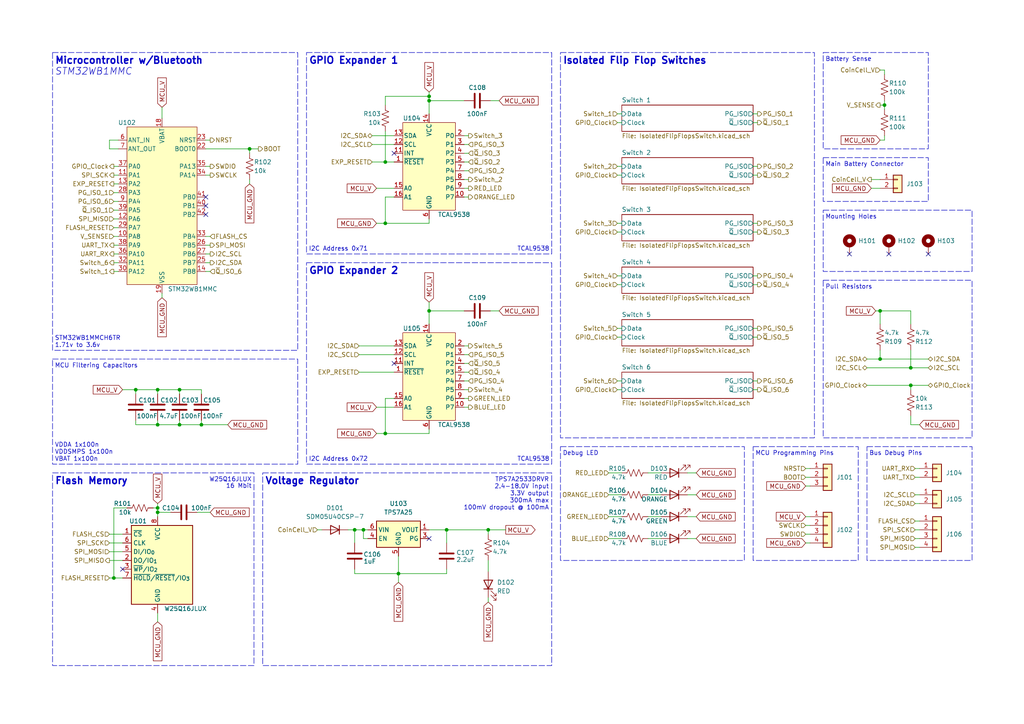
<source format=kicad_sch>
(kicad_sch (version 20250114) (generator "eeschema") (generator_version "9.0")
  (paper "A4")
  (title_block (title "BAGEL Switch MK1") (date "2025-12-02") (rev "A") (company "Illinois Space Society") (comment 3 "Thomas McManamen, Chethan Karandikar") (comment 4 "Contributors: Lucas Lessard, Pranav Bala, Peter Karlos, Charlie Plater, Kevin Zhao, "))
  (rectangle (start 238.76 45.72) (end 269.24 58.42) (stroke (width 0) (type dash)))
  (rectangle (start 15.24 15.24) (end 86.36 101.6) (stroke (width 0) (type dash)))
  (rectangle (start 15.24 137.16) (end 73.66 193.04) (stroke (width 0) (type dash)))
  (rectangle (start 238.76 15.24) (end 269.24 43.18) (stroke (width 0) (type dash)))
  (rectangle (start 238.76 60.96) (end 281.94 78.74) (stroke (width 0) (type dash)))
  (rectangle (start 162.56 15.24) (end 236.22 127) (stroke (width 0) (type dash)))
  (rectangle (start 218.44 129.54) (end 248.92 162.56) (stroke (width 0) (type dash)))
  (rectangle (start 238.76 81.28) (end 281.94 127) (stroke (width 0) (type dash)))
  (rectangle (start 15.24 104.14) (end 86.36 134.62) (stroke (width 0) (type dash)))
  (rectangle (start 88.9 15.24) (end 160.02 73.66) (stroke (width 0) (type dash)))
  (rectangle (start 162.56 129.54) (end 215.9 162.56) (stroke (width 0) (type dash)))
  (rectangle (start 76.2 137.16) (end 160.02 193.04) (stroke (width 0) (type dash)))
  (rectangle (start 88.9 76.2) (end 160.02 134.62) (stroke (width 0) (type dash)))
  (rectangle (start 251.46 129.54) (end 281.94 162.56) (stroke (width 0) (type dash)))
  (text "Main Battery Connector" (at 239.395 46.99 0) (effects (font (size 1.27 1.27)) (justify left top)))
  (text "Microcontroller w/Bluetooth" (at 15.875 16.51 0) (effects (font (size 2 2) (thickness 0.4) (bold yes)) (justify left top)))
  (text "TCAL9538" (at 159.385 73.025 0) (effects (font (size 1.27 1.27)) (justify right bottom)))
  (text "Bus Debug Pins" (at 252.095 130.81 0) (effects (font (size 1.27 1.27)) (justify left top)))
  (text "MCU Filtering Capacitors" (at 15.875 105.41 0) (effects (font (size 1.27 1.27)) (justify left top)))
  (text "W25Q16JLUX" (at 73.025 138.43 0) (effects (font (size 1.27 1.27)) (justify right top)))
  (text "Pull Resistors" (at 239.395 82.55 0) (effects (font (size 1.27 1.27)) (justify left top)))
  (text "GPIO Expander 2" (at 89.535 77.47 0) (effects (font (size 2 2) (thickness 0.4) (bold yes)) (justify left top)))
  (text "Flash Memory" (at 15.875 138.43 0) (effects (font (size 2 2) (thickness 0.4) (bold yes)) (justify left top)))
  (text "I2C Address 0x71\n" (at 89.535 73.025 0) (effects (font (size 1.27 1.27) (thickness 0.1588)) (justify left bottom)))
  (text "Debug LED" (at 163.195 130.81 0) (effects (font (size 1.27 1.27)) (justify left top)))
  (text "Isolated Flip Flop Switches" (at 163.195 16.51 0) (effects (font (size 2 2) (thickness 0.4) (bold yes)) (justify left top)))
  (text "GPIO Expander 1" (at 89.535 16.51 0) (effects (font (size 2 2) (thickness 0.4) (bold yes)) (justify left top)))
  (text "TCAL9538" (at 159.385 133.985 0) (effects (font (size 1.27 1.27)) (justify right bottom)))
  (text "Voltage Regulator" (at 76.835 138.43 0) (effects (font (size 2 2) (thickness 0.4) (bold yes)) (justify left top)))
  (text "I2C Address 0x72\n" (at 89.535 133.985 0) (effects (font (size 1.27 1.27) (thickness 0.1588)) (justify left bottom)))
  (text "TPS7A2533DRVR\n2.4-18.0V input\n3.3V output\n300mA max\n100mV dropout @ 100mA" (at 159.258 138.43 0) (effects (font (size 1.27 1.27)) (justify right top)))
  (text "Mounting Holes" (at 239.395 62.23 0) (effects (font (size 1.27 1.27)) (justify left top)))
  (text "MCU Programming Pins" (at 219.075 130.81 0) (effects (font (size 1.27 1.27)) (justify left top)))
  (text "Battery Sense" (at 239.395 16.51 0) (effects (font (size 1.27 1.27)) (justify left top)))
  (text "STM32WB1MMCH6TR\n1.71v to 3.6v" (at 15.875 100.965 0) (effects (font (size 1.27 1.27)) (justify left bottom)))
  (text "STM32WB1MMC" (at 15.875 19.685 0) (effects (font (size 2 2) (italic yes)) (justify left top)))
  (text "VDDA 1x100n\nVDDSMPS 1x100n\nVBAT 1x100n" (at 15.875 133.985 0) (effects (font (size 1.27 1.27)) (justify left bottom)))
  (text "16 Mbit\n" (at 73.025 140.335 0) (effects (font (size 1.27 1.27)) (justify right top)))
  (junction (at 111.76 64.77))
  (junction (at 105.41 153.67))
  (junction (at 45.72 113.03))
  (junction (at 124.46 29.21))
  (junction (at 102.87 153.67))
  (junction (at 115.57 166.37))
  (junction (at 129.54 153.67))
  (junction (at 58.42 123.19))
  (junction (at 141.605 153.67))
  (junction (at 45.72 148.59))
  (junction (at 45.72 123.19))
  (junction (at 45.72 147.32))
  (junction (at 52.07 113.03))
  (junction (at 256.54 30.48))
  (junction (at 52.07 123.19))
  (junction (at 39.37 113.03))
  (junction (at 72.39 43.18))
  (junction (at 264.16 106.68))
  (junction (at 124.46 90.17))
  (junction (at 255.27 90.17))
  (junction (at 264.16 111.76))
  (junction (at 111.76 125.73))
  (junction (at 111.76 46.99))
  (junction (at 33.02 167.64))
  (junction (at 124.46 27.94))
  (junction (at 255.27 104.14))
  (no_connect (at 114.3 105.41))
  (no_connect (at 59.69 57.15))
  (no_connect (at 246.38 73.66))
  (no_connect (at 114.3 44.45))
  (no_connect (at 257.81 73.66))
  (no_connect (at 35.56 165.1))
  (no_connect (at 269.24 73.66))
  (no_connect (at 59.69 59.69))
  (no_connect (at 124.46 156.21))
  (no_connect (at 59.69 62.23))
  (wire (pts (xy 33.02 71.12) (xy 34.29 71.12)))
  (wire (pts (xy 199.39 143.51) (xy 201.93 143.51)))
  (wire (pts (xy 251.46 104.14) (xy 255.27 104.14)))
  (wire (pts (xy 31.75 160.02) (xy 35.56 160.02)))
  (wire (pts (xy 60.96 76.2) (xy 59.69 76.2)))
  (wire (pts (xy 141.605 153.67) (xy 146.685 153.67)))
  (wire (pts (xy 31.75 162.56) (xy 35.56 162.56)))
  (wire (pts (xy 33.02 55.88) (xy 34.29 55.88)))
  (wire (pts (xy 102.87 153.67) (xy 105.41 153.67)))
  (wire (pts (xy 176.53 137.16) (xy 180.34 137.16)))
  (wire (pts (xy 33.02 53.34) (xy 34.29 53.34)))
  (wire (pts (xy 265.43 138.43) (xy 266.7 138.43)))
  (wire (pts (xy 31.75 157.48) (xy 35.56 157.48)))
  (wire (pts (xy 58.42 113.03) (xy 58.42 114.3)))
  (wire (pts (xy 60.96 71.12) (xy 59.69 71.12)))
  (wire (pts (xy 254 90.17) (xy 255.27 90.17)))
  (wire (pts (xy 233.68 154.94) (xy 234.95 154.94)))
  (wire (pts (xy 219.71 33.02) (xy 218.44 33.02)))
  (wire (pts (xy 124.46 26.67) (xy 124.46 27.94)))
  (wire (pts (xy 179.07 113.03) (xy 180.34 113.03)))
  (wire (pts (xy 179.07 67.31) (xy 180.34 67.31)))
  (wire (pts (xy 31.75 40.64) (xy 31.75 43.18)))
  (wire (pts (xy 124.46 90.17) (xy 134.62 90.17)))
  (wire (pts (xy 233.68 149.86) (xy 234.95 149.86)))
  (wire (pts (xy 33.02 63.5) (xy 34.29 63.5)))
  (wire (pts (xy 44.45 147.32) (xy 45.72 147.32)))
  (wire (pts (xy 135.89 105.41) (xy 134.62 105.41)))
  (wire (pts (xy 255.27 93.98) (xy 255.27 90.17)))
  (wire (pts (xy 33.02 50.8) (xy 34.29 50.8)))
  (wire (pts (xy 179.07 80.01) (xy 180.34 80.01)))
  (wire (pts (xy 135.89 100.33) (xy 134.62 100.33)))
  (wire (pts (xy 219.71 35.56) (xy 218.44 35.56)))
  (wire (pts (xy 256.54 29.21) (xy 256.54 30.48)))
  (wire (pts (xy 39.37 113.03) (xy 45.72 113.03)))
  (wire (pts (xy 135.89 107.95) (xy 134.62 107.95)))
  (wire (pts (xy 60.96 73.66) (xy 59.69 73.66)))
  (wire (pts (xy 45.72 113.03) (xy 52.07 113.03)))
  (wire (pts (xy 219.71 113.03) (xy 218.44 113.03)))
  (wire (pts (xy 265.43 146.05) (xy 266.7 146.05)))
  (wire (pts (xy 111.76 57.15) (xy 114.3 57.15)))
  (wire (pts (xy 251.46 106.68) (xy 264.16 106.68)))
  (wire (pts (xy 251.46 111.76) (xy 264.16 111.76)))
  (wire (pts (xy 233.68 152.4) (xy 234.95 152.4)))
  (wire (pts (xy 176.53 143.51) (xy 180.34 143.51)))
  (wire (pts (xy 219.71 82.55) (xy 218.44 82.55)))
  (wire (pts (xy 106.68 156.21) (xy 105.41 156.21)))
  (wire (pts (xy 266.7 123.19) (xy 264.16 123.19)))
  (wire (pts (xy 33.02 66.04) (xy 34.29 66.04)))
  (wire (pts (xy 115.57 161.29) (xy 115.57 166.37)))
  (wire (pts (xy 46.99 31.115) (xy 46.99 34.29)))
  (wire (pts (xy 256.54 20.32) (xy 256.54 21.59)))
  (wire (pts (xy 264.16 123.19) (xy 264.16 120.65)))
  (wire (pts (xy 199.39 156.21) (xy 201.93 156.21)))
  (wire (pts (xy 265.43 158.75) (xy 266.7 158.75)))
  (wire (pts (xy 124.46 90.17) (xy 124.46 93.98)))
  (wire (pts (xy 179.07 48.26) (xy 180.34 48.26)))
  (wire (pts (xy 256.54 40.64) (xy 256.54 39.37)))
  (wire (pts (xy 134.62 57.15) (xy 135.89 57.15)))
  (wire (pts (xy 264.16 111.76) (xy 264.16 113.03)))
  (wire (pts (xy 72.39 43.18) (xy 72.39 44.45)))
  (wire (pts (xy 59.69 43.18) (xy 72.39 43.18)))
  (wire (pts (xy 252.73 54.61) (xy 255.27 54.61)))
  (wire (pts (xy 111.76 38.1) (xy 111.76 46.99)))
  (wire (pts (xy 111.76 115.57) (xy 111.76 125.73)))
  (wire (pts (xy 31.75 43.18) (xy 34.29 43.18)))
  (wire (pts (xy 252.73 52.07) (xy 255.27 52.07)))
  (wire (pts (xy 33.02 60.96) (xy 34.29 60.96)))
  (wire (pts (xy 233.68 157.48) (xy 234.95 157.48)))
  (wire (pts (xy 107.95 39.37) (xy 114.3 39.37)))
  (wire (pts (xy 134.62 118.11) (xy 135.89 118.11)))
  (wire (pts (xy 45.72 123.19) (xy 45.72 121.92)))
  (wire (pts (xy 34.29 40.64) (xy 31.75 40.64)))
  (wire (pts (xy 109.22 54.61) (xy 114.3 54.61)))
  (wire (pts (xy 33.02 167.64) (xy 35.56 167.64)))
  (wire (pts (xy 255.27 101.6) (xy 255.27 104.14)))
  (wire (pts (xy 256.54 30.48) (xy 256.54 31.75)))
  (wire (pts (xy 39.37 123.19) (xy 45.72 123.19)))
  (wire (pts (xy 105.41 156.21) (xy 105.41 153.67)))
  (wire (pts (xy 111.76 125.73) (xy 124.46 125.73)))
  (wire (pts (xy 111.76 27.94) (xy 124.46 27.94)))
  (wire (pts (xy 135.89 44.45) (xy 134.62 44.45)))
  (wire (pts (xy 142.24 90.17) (xy 144.78 90.17)))
  (wire (pts (xy 219.71 110.49) (xy 218.44 110.49)))
  (wire (pts (xy 111.76 46.99) (xy 114.3 46.99)))
  (wire (pts (xy 187.96 143.51) (xy 191.77 143.51)))
  (wire (pts (xy 219.71 67.31) (xy 218.44 67.31)))
  (wire (pts (xy 35.56 113.03) (xy 39.37 113.03)))
  (wire (pts (xy 129.54 153.67) (xy 129.54 157.48)))
  (wire (pts (xy 45.72 147.32) (xy 45.72 148.59)))
  (wire (pts (xy 134.62 113.03) (xy 135.89 113.03)))
  (wire (pts (xy 31.75 167.64) (xy 33.02 167.64)))
  (wire (pts (xy 111.76 57.15) (xy 111.76 64.77)))
  (wire (pts (xy 265.43 156.21) (xy 266.7 156.21)))
  (wire (pts (xy 111.76 64.77) (xy 124.46 64.77)))
  (wire (pts (xy 134.62 115.57) (xy 135.89 115.57)))
  (wire (pts (xy 45.72 148.59) (xy 49.53 148.59)))
  (wire (pts (xy 109.22 118.11) (xy 114.3 118.11)))
  (wire (pts (xy 111.76 30.48) (xy 111.76 27.94)))
  (wire (pts (xy 129.54 153.67) (xy 141.605 153.67)))
  (wire (pts (xy 135.89 41.91) (xy 134.62 41.91)))
  (wire (pts (xy 264.16 90.17) (xy 264.16 93.98)))
  (wire (pts (xy 72.39 52.07) (xy 72.39 53.34)))
  (wire (pts (xy 60.96 40.64) (xy 59.69 40.64)))
  (wire (pts (xy 60.96 68.58) (xy 59.69 68.58)))
  (wire (pts (xy 92.075 153.67) (xy 93.345 153.67)))
  (wire (pts (xy 33.02 48.26) (xy 34.29 48.26)))
  (wire (pts (xy 179.07 64.77) (xy 180.34 64.77)))
  (wire (pts (xy 45.72 177.8) (xy 45.72 180.34)))
  (wire (pts (xy 233.68 138.43) (xy 234.95 138.43)))
  (wire (pts (xy 109.22 64.77) (xy 111.76 64.77)))
  (wire (pts (xy 135.89 54.61) (xy 134.62 54.61)))
  (wire (pts (xy 219.71 64.77) (xy 218.44 64.77)))
  (wire (pts (xy 60.96 50.8) (xy 59.69 50.8)))
  (wire (pts (xy 233.68 135.89) (xy 234.95 135.89)))
  (wire (pts (xy 109.22 125.73) (xy 111.76 125.73)))
  (wire (pts (xy 141.605 153.67) (xy 141.605 154.94)))
  (wire (pts (xy 124.46 125.73) (xy 124.46 124.46)))
  (wire (pts (xy 31.75 154.94) (xy 35.56 154.94)))
  (wire (pts (xy 33.02 147.32) (xy 33.02 167.64)))
  (wire (pts (xy 52.07 123.19) (xy 52.07 121.92)))
  (wire (pts (xy 141.605 173.355) (xy 141.605 174.625)))
  (wire (pts (xy 219.71 97.79) (xy 218.44 97.79)))
  (wire (pts (xy 255.27 30.48) (xy 256.54 30.48)))
  (wire (pts (xy 102.87 166.37) (xy 115.57 166.37)))
  (wire (pts (xy 74.93 43.18) (xy 72.39 43.18)))
  (wire (pts (xy 46.99 86.36) (xy 46.99 85.09)))
  (wire (pts (xy 107.95 46.99) (xy 111.76 46.99)))
  (wire (pts (xy 33.02 68.58) (xy 34.29 68.58)))
  (wire (pts (xy 60.96 48.26) (xy 59.69 48.26)))
  (wire (pts (xy 187.96 137.16) (xy 191.77 137.16)))
  (wire (pts (xy 264.16 111.76) (xy 269.24 111.76)))
  (wire (pts (xy 219.71 48.26) (xy 218.44 48.26)))
  (wire (pts (xy 265.43 151.13) (xy 266.7 151.13)))
  (wire (pts (xy 114.3 115.57) (xy 111.76 115.57)))
  (wire (pts (xy 115.57 166.37) (xy 115.57 168.91)))
  (wire (pts (xy 264.16 101.6) (xy 264.16 106.68)))
  (wire (pts (xy 179.07 95.25) (xy 180.34 95.25)))
  (wire (pts (xy 104.14 102.87) (xy 114.3 102.87)))
  (wire (pts (xy 199.39 137.16) (xy 201.93 137.16)))
  (wire (pts (xy 33.02 73.66) (xy 34.29 73.66)))
  (wire (pts (xy 57.15 148.59) (xy 60.96 148.59)))
  (wire (pts (xy 58.42 123.19) (xy 66.04 123.19)))
  (wire (pts (xy 33.02 58.42) (xy 34.29 58.42)))
  (wire (pts (xy 134.62 52.07) (xy 135.89 52.07)))
  (wire (pts (xy 176.53 156.21) (xy 180.34 156.21)))
  (wire (pts (xy 129.54 165.1) (xy 129.54 166.37)))
  (wire (pts (xy 199.39 149.86) (xy 201.93 149.86)))
  (wire (pts (xy 107.95 41.91) (xy 114.3 41.91)))
  (wire (pts (xy 45.72 123.19) (xy 52.07 123.19)))
  (wire (pts (xy 52.07 123.19) (xy 58.42 123.19)))
  (wire (pts (xy 52.07 113.03) (xy 52.07 114.3)))
  (wire (pts (xy 134.62 49.53) (xy 135.89 49.53)))
  (wire (pts (xy 124.46 64.77) (xy 124.46 63.5)))
  (wire (pts (xy 104.14 107.95) (xy 114.3 107.95)))
  (wire (pts (xy 142.24 29.21) (xy 144.78 29.21)))
  (wire (pts (xy 105.41 153.67) (xy 106.68 153.67)))
  (wire (pts (xy 135.89 39.37) (xy 134.62 39.37)))
  (wire (pts (xy 255.27 20.32) (xy 256.54 20.32)))
  (wire (pts (xy 39.37 113.03) (xy 39.37 114.3)))
  (wire (pts (xy 39.37 123.19) (xy 39.37 121.92)))
  (wire (pts (xy 100.965 153.67) (xy 102.87 153.67)))
  (wire (pts (xy 264.16 106.68) (xy 269.24 106.68)))
  (wire (pts (xy 135.89 102.87) (xy 134.62 102.87)))
  (wire (pts (xy 102.87 165.1) (xy 102.87 166.37)))
  (wire (pts (xy 45.72 113.03) (xy 45.72 114.3)))
  (wire (pts (xy 104.14 100.33) (xy 114.3 100.33)))
  (wire (pts (xy 255.27 90.17) (xy 264.16 90.17)))
  (wire (pts (xy 52.07 113.03) (xy 58.42 113.03)))
  (wire (pts (xy 179.07 110.49) (xy 180.34 110.49)))
  (wire (pts (xy 255.27 104.14) (xy 269.24 104.14)))
  (wire (pts (xy 124.46 29.21) (xy 134.62 29.21)))
  (wire (pts (xy 219.71 95.25) (xy 218.44 95.25)))
  (wire (pts (xy 179.07 97.79) (xy 180.34 97.79)))
  (wire (pts (xy 124.46 153.67) (xy 129.54 153.67)))
  (wire (pts (xy 141.605 162.56) (xy 141.605 165.735)))
  (wire (pts (xy 115.57 166.37) (xy 129.54 166.37)))
  (wire (pts (xy 33.02 76.2) (xy 34.29 76.2)))
  (wire (pts (xy 265.43 153.67) (xy 266.7 153.67)))
  (wire (pts (xy 179.07 82.55) (xy 180.34 82.55)))
  (wire (pts (xy 45.72 146.05) (xy 45.72 147.32)))
  (wire (pts (xy 33.02 78.74) (xy 34.29 78.74)))
  (wire (pts (xy 255.27 40.64) (xy 256.54 40.64)))
  (wire (pts (xy 45.72 148.59) (xy 45.72 149.86)))
  (wire (pts (xy 124.46 87.63) (xy 124.46 90.17)))
  (wire (pts (xy 179.07 33.02) (xy 180.34 33.02)))
  (wire (pts (xy 187.96 156.21) (xy 191.77 156.21)))
  (wire (pts (xy 124.46 27.94) (xy 124.46 29.21)))
  (wire (pts (xy 179.07 50.8) (xy 180.34 50.8)))
  (wire (pts (xy 265.43 143.51) (xy 266.7 143.51)))
  (wire (pts (xy 219.71 80.01) (xy 218.44 80.01)))
  (wire (pts (xy 134.62 110.49) (xy 135.89 110.49)))
  (wire (pts (xy 36.83 147.32) (xy 33.02 147.32)))
  (wire (pts (xy 59.69 78.74) (xy 60.96 78.74)))
  (wire (pts (xy 58.42 123.19) (xy 58.42 121.92)))
  (wire (pts (xy 135.89 46.99) (xy 134.62 46.99)))
  (wire (pts (xy 124.46 29.21) (xy 124.46 33.02)))
  (wire (pts (xy 176.53 149.86) (xy 180.34 149.86)))
  (wire (pts (xy 265.43 135.89) (xy 266.7 135.89)))
  (wire (pts (xy 179.07 35.56) (xy 180.34 35.56)))
  (wire (pts (xy 233.68 140.97) (xy 234.95 140.97)))
  (wire (pts (xy 219.71 50.8) (xy 218.44 50.8)))
  (wire (pts (xy 102.87 157.48) (xy 102.87 153.67)))
  (wire (pts (xy 187.96 149.86) (xy 191.77 149.86)))
  (global_label "MCU_GND" (shape input) (at 233.68 140.97 180) (property "Intersheetrefs" "${INTERSHEET_REFS}" (effects (hide yes))))
  (global_label "MCU_V" (shape input) (at 46.99 31.115 90) (property "Intersheetrefs" "${INTERSHEET_REFS}" (effects (hide yes))))
  (global_label "MCU_GND" (shape input) (at 255.27 40.64 180) (property "Intersheetrefs" "${INTERSHEET_REFS}" (effects (hide yes))))
  (global_label "MCU_GND" (shape input) (at 201.93 149.86 0) (property "Intersheetrefs" "${INTERSHEET_REFS}" (effects (hide yes))))
  (global_label "MCU_V" (shape input) (at 109.22 54.61 180) (property "Intersheetrefs" "${INTERSHEET_REFS}" (effects (hide yes))))
  (global_label "MCU_GND" (shape input) (at 60.96 148.59 0) (property "Intersheetrefs" "${INTERSHEET_REFS}" (effects (hide yes))))
  (global_label "MCU_GND" (shape input) (at 266.7 123.19 0) (property "Intersheetrefs" "${INTERSHEET_REFS}" (effects (hide yes))))
  (global_label "MCU_GND" (shape input) (at 201.93 137.16 0) (property "Intersheetrefs" "${INTERSHEET_REFS}" (effects (hide yes))))
  (global_label "MCU_V" (shape input) (at 45.72 146.05 90) (property "Intersheetrefs" "${INTERSHEET_REFS}" (effects (hide yes))))
  (global_label "MCU_GND" (shape input) (at 141.605 174.625 270) (property "Intersheetrefs" "${INTERSHEET_REFS}" (effects (hide yes))))
  (global_label "MCU_GND" (shape input) (at 109.22 64.77 180) (property "Intersheetrefs" "${INTERSHEET_REFS}" (effects (hide yes))))
  (global_label "MCU_GND" (shape input) (at 45.72 180.34 270) (property "Intersheetrefs" "${INTERSHEET_REFS}" (effects (hide yes))))
  (global_label "MCU_GND" (shape input) (at 109.22 125.73 180) (property "Intersheetrefs" "${INTERSHEET_REFS}" (effects (hide yes))))
  (global_label "MCU_V" (shape input) (at 254 90.17 180) (property "Intersheetrefs" "${INTERSHEET_REFS}" (effects (hide yes))))
  (global_label "MCU_GND" (shape input) (at 201.93 143.51 0) (property "Intersheetrefs" "${INTERSHEET_REFS}" (effects (hide yes))))
  (global_label "MCU_GND" (shape input) (at 66.04 123.19 0) (property "Intersheetrefs" "${INTERSHEET_REFS}" (effects (hide yes))))
  (global_label "MCU_V" (shape input) (at 124.46 26.67 90) (property "Intersheetrefs" "${INTERSHEET_REFS}" (effects (hide yes))))
  (global_label "MCU_GND" (shape input) (at 144.78 29.21 0) (property "Intersheetrefs" "${INTERSHEET_REFS}" (effects (hide yes))))
  (global_label "MCU_GND" (shape input) (at 201.93 156.21 0) (property "Intersheetrefs" "${INTERSHEET_REFS}" (effects (hide yes))))
  (global_label "MCU_GND" (shape input) (at 46.99 86.36 270) (property "Intersheetrefs" "${INTERSHEET_REFS}" (effects (hide yes))))
  (global_label "MCU_GND" (shape input) (at 252.73 54.61 180) (property "Intersheetrefs" "${INTERSHEET_REFS}" (effects (hide yes))))
  (global_label "MCU_GND" (shape input) (at 233.68 157.48 180) (property "Intersheetrefs" "${INTERSHEET_REFS}" (effects (hide yes))))
  (global_label "MCU_GND" (shape input) (at 72.39 53.34 270) (property "Intersheetrefs" "${INTERSHEET_REFS}" (effects (hide yes))))
  (global_label "MCU_V" (shape output) (at 146.685 153.67 0) (property "Intersheetrefs" "${INTERSHEET_REFS}" (effects (hide yes))))
  (global_label "MCU_GND" (shape input) (at 144.78 90.17 0) (property "Intersheetrefs" "${INTERSHEET_REFS}" (effects (hide yes))))
  (global_label "MCU_GND" (shape input) (at 115.57 168.91 270) (property "Intersheetrefs" "${INTERSHEET_REFS}" (effects (hide yes))))
  (global_label "MCU_V" (shape input) (at 109.22 118.11 180) (property "Intersheetrefs" "${INTERSHEET_REFS}" (effects (hide yes))))
  (global_label "MCU_V" (shape input) (at 124.46 87.63 90) (property "Intersheetrefs" "${INTERSHEET_REFS}" (effects (hide yes))))
  (global_label "MCU_V" (shape input) (at 35.56 113.03 180) (property "Intersheetrefs" "${INTERSHEET_REFS}" (effects (hide yes))))
  (global_label "MCU_V" (shape input) (at 233.68 149.86 180) (property "Intersheetrefs" "${INTERSHEET_REFS}" (effects (hide yes))))
  (hierarchical_label "PG_ISO_4" (shape input) (at 135.89 110.49 0))
  (hierarchical_label "RED_LED" (shape output) (at 135.89 54.61 0))
  (hierarchical_label "PG_ISO_1" (shape output) (at 219.71 33.02 0))
  (hierarchical_label "I2C_SCL" (shape input) (at 107.95 41.91 180))
  (hierarchical_label "RED_LED" (shape input) (at 176.53 137.16 180))
  (hierarchical_label "GREEN_LED" (shape output) (at 135.89 115.57 0))
  (hierarchical_label "Switch_1" (shape input) (at 179.07 33.02 180))
  (hierarchical_label "GPIO_Clock" (shape bidirectional) (at 251.46 111.76 180))
  (hierarchical_label "SPI_MISO" (shape input) (at 265.43 156.21 180))
  (hierarchical_label "I2C_SCL" (shape output) (at 60.96 73.66 0))
  (hierarchical_label "GREEN_LED" (shape input) (at 176.53 149.86 180))
  (hierarchical_label "I2C_SDA" (shape output) (at 60.96 76.2 0))
  (hierarchical_label "Switch_1" (shape output) (at 33.02 78.74 180))
  (hierarchical_label "Switch_6" (shape output) (at 33.02 76.2 180))
  (hierarchical_label "GPIO_Clock" (shape output) (at 33.02 48.26 180))
  (hierarchical_label "GPIO_Clock" (shape input) (at 179.07 97.79 180))
  (hierarchical_label "FLASH_RESET" (shape input) (at 31.75 167.64 180))
  (hierarchical_label "Switch_4" (shape input) (at 179.07 80.01 180))
  (hierarchical_label "~{Q}_ISO_3" (shape input) (at 135.89 44.45 0))
  (hierarchical_label "I2C_SDA" (shape bidirectional) (at 251.46 104.14 180))
  (hierarchical_label "I2C_SDA" (shape input) (at 265.43 146.05 180))
  (hierarchical_label "GPIO_Clock" (shape bidirectional) (at 269.24 111.76 0))
  (hierarchical_label "PG_ISO_5" (shape input) (at 135.89 102.87 0))
  (hierarchical_label "SPI_MISO" (shape output) (at 31.75 162.56 180))
  (hierarchical_label "Switch_3" (shape input) (at 179.07 64.77 180))
  (hierarchical_label "GPIO_Clock" (shape input) (at 179.07 113.03 180))
  (hierarchical_label "SWCLK" (shape output) (at 60.96 50.8 0))
  (hierarchical_label "SWDIO" (shape output) (at 60.96 48.26 0))
  (hierarchical_label "FLASH_RESET" (shape input) (at 33.02 66.04 180))
  (hierarchical_label "BLUE_LED" (shape output) (at 135.89 118.11 0))
  (hierarchical_label "~{Q}_ISO_1" (shape input) (at 33.02 60.96 180))
  (hierarchical_label "EXP_RESET" (shape input) (at 107.95 46.99 180))
  (hierarchical_label "~{Q}_ISO_1" (shape output) (at 219.71 35.56 0))
  (hierarchical_label "Switch_2" (shape input) (at 179.07 48.26 180))
  (hierarchical_label "SWDIO" (shape input) (at 233.68 154.94 180))
  (hierarchical_label "FLASH_CS" (shape input) (at 265.43 151.13 180))
  (hierarchical_label "I2C_SCL" (shape input) (at 265.43 143.51 180))
  (hierarchical_label "CoinCell_V" (shape output) (at 252.73 52.07 180))
  (hierarchical_label "I2C_SDA" (shape bidirectional) (at 107.95 39.37 180))
  (hierarchical_label "UART_TX" (shape output) (at 33.02 71.12 180))
  (hierarchical_label "SPI_SCK" (shape output) (at 33.02 50.8 180))
  (hierarchical_label "CoinCell_V" (shape input) (at 255.27 20.32 180))
  (hierarchical_label "BLUE_LED" (shape input) (at 176.53 156.21 180))
  (hierarchical_label "PG_ISO_5" (shape output) (at 219.71 95.25 0))
  (hierarchical_label "~{Q}_ISO_4" (shape output) (at 219.71 82.55 0))
  (hierarchical_label "SPI_MOSI" (shape input) (at 31.75 160.02 180))
  (hierarchical_label "I2C_SDA" (shape input) (at 104.14 100.33 180))
  (hierarchical_label "PG_ISO_6" (shape input) (at 33.02 58.42 180))
  (hierarchical_label "GPIO_Clock" (shape input) (at 179.07 82.55 180))
  (hierarchical_label "Switch_4" (shape output) (at 135.89 113.03 0))
  (hierarchical_label "~{Q}_ISO_6" (shape output) (at 219.71 113.03 0))
  (hierarchical_label "PG_ISO_4" (shape output) (at 219.71 80.01 0))
  (hierarchical_label "~{Q}_ISO_5" (shape output) (at 219.71 97.79 0))
  (hierarchical_label "CoinCell_V" (shape input) (at 92.075 153.67 180))
  (hierarchical_label "NRST" (shape input) (at 233.68 135.89 180))
  (hierarchical_label "FLASH_CS" (shape input) (at 60.96 68.58 0))
  (hierarchical_label "PG_ISO_1" (shape input) (at 33.02 55.88 180))
  (hierarchical_label "GPIO_Clock" (shape input) (at 179.07 50.8 180))
  (hierarchical_label "BOOT" (shape input) (at 233.68 138.43 180))
  (hierarchical_label "EXP_RESET" (shape output) (at 33.02 53.34 180))
  (hierarchical_label "UART_TX" (shape input) (at 265.43 138.43 180))
  (hierarchical_label "UART_RX" (shape output) (at 33.02 73.66 180))
  (hierarchical_label "Switch_5" (shape input) (at 179.07 95.25 180))
  (hierarchical_label "BOOT" (shape output) (at 74.93 43.18 0))
  (hierarchical_label "GPIO_Clock" (shape input) (at 179.07 35.56 180))
  (hierarchical_label "~{Q}_ISO_3" (shape output) (at 219.71 67.31 0))
  (hierarchical_label "I2C_SCL" (shape bidirectional) (at 269.24 106.68 0))
  (hierarchical_label "I2C_SCL" (shape input) (at 104.14 102.87 180))
  (hierarchical_label "SPI_SCK" (shape input) (at 31.75 157.48 180))
  (hierarchical_label "~{Q}_ISO_5" (shape input) (at 135.89 105.41 0))
  (hierarchical_label "GPIO_Clock" (shape input) (at 179.07 67.31 180))
  (hierarchical_label "ORANGE_LED" (shape output) (at 135.89 57.15 0))
  (hierarchical_label "~{Q}_ISO_2" (shape input) (at 135.89 46.99 0))
  (hierarchical_label "I2C_SCL" (shape bidirectional) (at 251.46 106.68 180))
  (hierarchical_label "V_SENSE" (shape output) (at 255.27 30.48 180))
  (hierarchical_label "PG_ISO_3" (shape output) (at 219.71 64.77 0))
  (hierarchical_label "~{Q}_ISO_2" (shape output) (at 219.71 50.8 0))
  (hierarchical_label "FLASH_CS" (shape input) (at 31.75 154.94 180))
  (hierarchical_label "SWCLK" (shape input) (at 233.68 152.4 180))
  (hierarchical_label "PG_ISO_3" (shape input) (at 135.89 41.91 0))
  (hierarchical_label "SPI_MOSI" (shape input) (at 265.43 158.75 180))
  (hierarchical_label "EXP_RESET" (shape input) (at 104.14 107.95 180))
  (hierarchical_label "V_SENSE" (shape input) (at 33.02 68.58 180))
  (hierarchical_label "I2C_SDA" (shape bidirectional) (at 269.24 104.14 0))
  (hierarchical_label "PG_ISO_2" (shape input) (at 135.89 49.53 0))
  (hierarchical_label "Switch_3" (shape output) (at 135.89 39.37 0))
  (hierarchical_label "UART_RX" (shape input) (at 265.43 135.89 180))
  (hierarchical_label "Switch_2" (shape output) (at 135.89 52.07 0))
  (hierarchical_label "SPI_SCK" (shape input) (at 265.43 153.67 180))
  (hierarchical_label "PG_ISO_6" (shape output) (at 219.71 110.49 0))
  (hierarchical_label "Switch_6" (shape input) (at 179.07 110.49 180))
  (hierarchical_label "SPI_MOSI" (shape output) (at 60.96 71.12 0))
  (hierarchical_label "NRST" (shape output) (at 60.96 40.64 0))
  (hierarchical_label "PG_ISO_2" (shape output) (at 219.71 48.26 0))
  (hierarchical_label "ORANGE_LED" (shape input) (at 176.53 143.51 180))
  (hierarchical_label "~{Q}_ISO_6" (shape input) (at 60.96 78.74 0))
  (hierarchical_label "Switch_5" (shape output) (at 135.89 100.33 0))
  (hierarchical_label "~{Q}_ISO_4" (shape input) (at 135.89 107.95 0))
  (hierarchical_label "SPI_MISO" (shape input) (at 33.02 63.5 180))
  (symbol (lib_id "Device:R_US") (at 256.54 25.4 180) (unit 1)
    (property "Reference" "R110" (at 257.81 24.13 0) (effects (justify right)))
    (property "Value" "100k" (at 257.81 26.67 0) (effects (justify right)))
    (property "Footprint" "Resistor_SMD:R_0402_1005Metric" (effects (hide yes)))
    (property "Description" "Resistor, US symbol" (effects (hide yes)))
  )
  (symbol (lib_id "Device:R_US") (at 256.54 35.56 180) (unit 1)
    (property "Reference" "R111" (at 257.81 34.29 0) (effects (justify right)))
    (property "Value" "100k" (at 257.81 36.83 0) (effects (justify right)))
    (property "Footprint" "Resistor_SMD:R_0402_1005Metric" (effects (hide yes)))
    (property "Description" "Resistor, US symbol" (effects (hide yes)))
  )
  (symbol (lib_id "Device:C") (at 45.72 118.11 0) (unit 1)
    (property "Reference" "C102" (at 46.482 116.078 0) (effects (justify left)))
    (property "Value" "4.7uF" (at 46.228 120.65 0) (effects (justify left)))
    (property "Footprint" "Capacitor_SMD:C_0402_1005Metric" (effects (hide yes)))
    (property "Description" "Unpolarized capacitor" (effects (hide yes)))
  )
  (symbol (lib_id "Device:C") (at 102.87 161.29 0) (unit 1)
    (property "Reference" "C106" (at 105.41 160.782 0) (effects (justify left)))
    (property "Value" "1uF" (at 105.41 162.814 0) (effects (justify left)))
    (property "Footprint" "Capacitor_SMD:C_0402_1005Metric" (effects (hide yes)))
    (property "Description" "Unpolarized capacitor" (effects (hide yes)))
  )
  (symbol (lib_id "Device:C") (at 138.43 29.21 90) (unit 1)
    (property "Reference" "C108" (at 138.43 25.4 90))
    (property "Value" "100nF" (at 138.43 33.02 90))
    (property "Footprint" "Capacitor_SMD:C_0402_1005Metric" (effects (hide yes)))
    (property "Description" "Unpolarized capacitor" (effects (hide yes)))
  )
  (symbol (lib_id "Interface_Expander_Texas:TCAL9538") (at 124.46 109.22 0) (unit 1)
    (property "Reference" "U105" (at 116.84 95.25 0) (effects (justify left)))
    (property "Value" "TCAL9538" (at 127 123.19 0) (effects (justify left)))
    (property "Footprint" "Package_DFN_QFN:UQFN-16_1.8x2.6mm_P0.4mm" (effects (hide yes)))
    (property "Datasheet" "https://www.ti.com/lit/ds/symlink/tcal9538.pdf" (effects (hide yes)))
    (property "Description" "8-Bit I2C-Bus, SMBus I/O Expander With Interrupt Output, Reset, and Agile I/O Configuration Registers" (effects (hide yes)))
  )
  (symbol (lib_id "Mechanical:MountingHole_Pad") (at 269.24 71.12 0) (unit 1) (in_bom no)
    (property "Reference" "H103" (at 271.78 69.85 0) (effects (justify left)))
    (property "Value" "MountingHole_Pad" (effects (hide yes)))
    (property "Footprint" "MountingHole:MountingHole_4.3mm_M4_Pad_Via" (effects (hide yes)))
    (property "Description" "Mounting Hole with connection" (effects (hide yes)))
  )
  (symbol (lib_id "Device:LED") (at 195.58 143.51 180) (unit 1)
    (property "Reference" "D104" (at 193.675 142.24 0) (effects (justify left)))
    (property "Value" "ORANGE" (at 193.675 144.78 0) (effects (justify left)))
    (property "Footprint" "LED_SMD:LED_0603_1608Metric" (effects (hide yes)))
    (property "Description" "Light emitting diode" (effects (hide yes)))
    (property "Sim.Pins" "1=K 2=A" (effects (hide yes)))
  )
  (symbol (lib_id "Regulator_Texas:TPS7A25") (at 114.3 153.67 0) (unit 1)
    (property "Reference" "U103" (at 115.57 146.05 0))
    (property "Value" "TPS7A25" (at 115.57 148.59 0))
    (property "Footprint" "Package_SON:WSON-6-1EP_2x2mm_P0.65mm_EP1x1.6mm" (effects (hide yes)))
    (property "Datasheet" "https://www.ti.com/lit/ds/symlink/tps7a25.pdf?HQS=dis-dk-null-digikeymode-dsf-pf-null-wwe&ts=1768168918974" (effects (hide yes)))
    (property "Description" "300-mA, 18-V, Ultra-Low IQ, Low-Dropout Linear Voltage Regulator With Power-Good" (effects (hide yes)))
    (property "Height" "0.6" (effects (hide yes)))
    (property "Mouser Part Number" "865-XC6223T331GR-G" (effects (hide yes)))
    (property "Mouser Price/Stock" "https://www.mouser.co.uk/ProductDetail/Torex-Semiconductor/XC6223T331GR-G?qs=AsjdqWjXhJ9pIYh2kurybQ%3D%3D" (effects (hide yes)))
    (property "Manufacturer_Name" "Torex" (effects (hide yes)))
    (property "Manufacturer_Part_Number" "XC6223T331GR-G" (effects (hide yes)))
  )
  (symbol (lib_id "Memory_Flash:W25Q16JVSS") (at 45.72 162.56 0) (unit 1)
    (property "Reference" "U101" (at 37.465 151.13 0) (effects (justify left)))
    (property "Value" "W25Q16JLUX" (at 47.625 176.53 0) (effects (justify left)))
    (property "Footprint" "Package_SON:Winbond_USON-8-1EP_3x2mm_P0.5mm_EP0.2x1.6mm" (effects (hide yes)))
    (property "Datasheet" "https://www.winbond.com/resource-files/w25q16jl%20revd%2001262018.pdf" (effects (hide yes)))
    (property "Description" "16Mbit / 2MiB Serial Flash Memory, Standard/Dual/Quad SPI, 2.7-3.6V, SOIC-8 (208 mil)" (effects (hide yes)))
  )
  (symbol (lib_id "Device:R_US") (at 184.15 143.51 90) (unit 1)
    (property "Reference" "R106" (at 181.61 142.24 90) (effects (justify left)))
    (property "Value" "4.7k" (at 181.61 144.78 90) (effects (justify left)))
    (property "Footprint" "Resistor_SMD:R_0402_1005Metric" (effects (hide yes)))
    (property "Description" "Resistor, US symbol" (effects (hide yes)))
  )
  (symbol (lib_id "Device:R_US") (at 111.76 34.29 180) (unit 1)
    (property "Reference" "R103" (at 110.49 33.02 0) (effects (justify left)))
    (property "Value" "10k" (at 110.49 35.56 0) (effects (justify left)))
    (property "Footprint" "Resistor_SMD:R_0402_1005Metric" (effects (hide yes)))
  )
  (symbol (lib_id "Device:LED") (at 195.58 149.86 180) (unit 1)
    (property "Reference" "D105" (at 193.675 148.59 0) (effects (justify left)))
    (property "Value" "GREEN" (at 193.675 151.13 0) (effects (justify left)))
    (property "Footprint" "LED_SMD:LED_0603_1608Metric" (effects (hide yes)))
    (property "Description" "Light emitting diode" (effects (hide yes)))
    (property "Sim.Pins" "1=K 2=A" (effects (hide yes)))
  )
  (symbol (lib_id "Connector_Generic:Conn_01x02") (at 271.78 135.89 0) (unit 1)
    (property "Reference" "J104" (at 274.32 137.16 0) (effects (justify left)))
    (property "Value" "Conn_01x02" (effects (hide yes)))
    (property "Footprint" "Connector_PinHeader_2.54mm:PinHeader_1x02_P2.54mm_Vertical" (effects (hide yes)))
    (property "Description" "Generic connector, single row, 01x02, script generated (kicad-library-utils/schlib/autogen/connector/)" (effects (hide yes)))
  )
  (symbol (lib_id "Diode:1N4148WT") (at 97.155 153.67 180) (unit 1)
    (property "Reference" "D101" (at 97.155 147.32 0))
    (property "Value" "SDM05U40CSP-7" (at 97.155 149.86 0))
    (property "Footprint" "Diode_SMD:D_SOD-882" (effects (hide yes)))
    (property "Datasheet" "https://www.diodes.com/assets/Datasheets/ds30396.pdf" (effects (hide yes)))
    (property "Description" "75V 0.15A Fast switching Diode, SOD-523" (effects (hide yes)))
    (property "Sim.Device" "D" (effects (hide yes)))
    (property "Sim.Pins" "1=K 2=A" (effects (hide yes)))
  )
  (symbol (lib_id "Connector_Generic:Conn_01x03") (at 240.03 138.43 0) (unit 1)
    (property "Reference" "J101" (at 242.57 138.43 0) (effects (justify left)))
    (property "Value" "Conn_01x03" (effects (hide yes)))
    (property "Footprint" "Connector_PinHeader_1.27mm:PinHeader_1x03_P1.27mm_Vertical" (effects (hide yes)))
    (property "Description" "Generic connector, single row, 01x03, script generated (kicad-library-utils/schlib/autogen/connector/)" (effects (hide yes)))
  )
  (symbol (lib_id "Device:R_US") (at 184.15 137.16 90) (unit 1)
    (property "Reference" "R105" (at 181.61 135.89 90) (effects (justify left)))
    (property "Value" "4.7k" (at 181.61 138.43 90) (effects (justify left)))
    (property "Footprint" "Resistor_SMD:R_0402_1005Metric" (effects (hide yes)))
    (property "Description" "Resistor, US symbol" (effects (hide yes)))
  )
  (symbol (lib_id "Device:C") (at 58.42 118.11 0) (unit 1)
    (property "Reference" "C105" (at 58.928 116.078 0) (effects (justify left)))
    (property "Value" "100nF" (at 58.674 120.65 0) (effects (justify left)))
    (property "Footprint" "Capacitor_SMD:C_0402_1005Metric" (effects (hide yes)))
    (property "Description" "Unpolarized capacitor" (effects (hide yes)))
  )
  (symbol (lib_id "Device:LED") (at 195.58 156.21 180) (unit 1)
    (property "Reference" "D106" (at 193.675 154.94 0) (effects (justify left)))
    (property "Value" "BLUE" (at 193.675 157.48 0) (effects (justify left)))
    (property "Footprint" "LED_SMD:LED_0603_1608Metric" (effects (hide yes)))
    (property "Description" "Light emitting diode" (effects (hide yes)))
    (property "Sim.Pins" "1=K 2=A" (effects (hide yes)))
  )
  (symbol (lib_id "Device:C") (at 53.34 148.59 90) (unit 1)
    (property "Reference" "C104" (at 49.53 147.32 90))
    (property "Value" "100nF" (at 58.42 147.32 90))
    (property "Footprint" "Capacitor_SMD:C_0402_1005Metric" (effects (hide yes)))
    (property "Description" "Unpolarized capacitor" (effects (hide yes)))
  )
  (symbol (lib_id "MCU_STM32:STM32WB1MMC") (at 46.99 59.69 0) (unit 1)
    (property "Reference" "U102" (at 36.83 35.56 0))
    (property "Value" "STM32WB1MMC" (at 55.88 83.82 0))
    (property "Footprint" "MCU_STM32:LGA77_6P5X10_STM" (effects (hide yes)))
    (property "Datasheet" "https://www.st.com/resource/en/datasheet/stm32wb1mmc.pdf" (effects (hide yes)))
    (property "Description" "STM32 Bluetooth Low Energy 5.4 Module, ARM Cortex M0/M4" (effects (hide yes)))
  )
  (symbol (lib_id "Device:R_US") (at 264.16 97.79 180) (unit 1)
    (property "Reference" "R112" (at 265.43 99.06 0) (effects (justify right)))
    (property "Value" "4.7k" (at 265.43 96.52 0) (effects (justify right)))
    (property "Footprint" "Resistor_SMD:R_0402_1005Metric" (effects (hide yes)))
  )
  (symbol (lib_id "Device:R_US") (at 141.605 158.75 180) (unit 1)
    (property "Reference" "R104" (at 142.875 157.48 0) (effects (justify right)))
    (property "Value" "4.7k" (at 142.875 160.02 0) (effects (justify right)))
    (property "Footprint" "Resistor_SMD:R_0402_1005Metric" (effects (hide yes)))
    (property "Description" "Resistor, US symbol" (effects (hide yes)))
  )
  (symbol (lib_id "Device:C") (at 39.37 118.11 0) (unit 1)
    (property "Reference" "C101" (at 40.132 116.078 0) (effects (justify left)))
    (property "Value" "100nF" (at 39.624 120.65 0) (effects (justify left)))
    (property "Footprint" "Capacitor_SMD:C_0402_1005Metric" (effects (hide yes)))
    (property "Description" "Unpolarized capacitor" (effects (hide yes)))
  )
  (symbol (lib_id "Device:C") (at 129.54 161.29 0) (unit 1)
    (property "Reference" "C107" (at 132.334 160.274 0) (effects (justify left)))
    (property "Value" "2.2uF" (at 132.334 162.306 0) (effects (justify left)))
    (property "Footprint" "Capacitor_SMD:C_0402_1005Metric" (effects (hide yes)))
    (property "Description" "Unpolarized capacitor" (effects (hide yes)))
  )
  (symbol (lib_id "Connector_Generic:Conn_01x02") (at 260.35 52.07 0) (unit 1)
    (property "Reference" "J103" (at 262.89 53.34 0) (effects (justify left)))
    (property "Value" "Conn_01x02" (effects (hide yes)))
    (property "Footprint" "Connector_JST:JST_PH_B2B-PH-K_1x02_P2.00mm_Vertical" (effects (hide yes)))
    (property "Description" "Generic connector, single row, 01x02, script generated (kicad-library-utils/schlib/autogen/connector/)" (effects (hide yes)))
  )
  (symbol (lib_id "Device:LED") (at 141.605 169.545 90) (unit 1)
    (property "Reference" "D102" (at 144.145 168.91 90) (effects (justify right)))
    (property "Value" "RED" (at 144.145 171.45 90) (effects (justify right)))
    (property "Footprint" "LED_SMD:LED_0603_1608Metric" (effects (hide yes)))
    (property "Description" "Light emitting diode" (effects (hide yes)))
    (property "Sim.Pins" "1=K 2=A" (effects (hide yes)))
  )
  (symbol (lib_id "Device:C") (at 138.43 90.17 90) (unit 1)
    (property "Reference" "C109" (at 138.43 86.36 90))
    (property "Value" "100nF" (at 138.43 93.98 90))
    (property "Footprint" "Capacitor_SMD:C_0402_1005Metric" (effects (hide yes)))
    (property "Description" "Unpolarized capacitor" (effects (hide yes)))
  )
  (symbol (lib_id "Device:C") (at 52.07 118.11 0) (unit 1)
    (property "Reference" "C103" (at 52.578 116.078 0) (effects (justify left)))
    (property "Value" "100nF" (at 52.324 120.65 0) (effects (justify left)))
    (property "Footprint" "Capacitor_SMD:C_0402_1005Metric" (effects (hide yes)))
    (property "Description" "Unpolarized capacitor" (effects (hide yes)))
  )
  (symbol (lib_id "Device:R_US") (at 184.15 156.21 90) (unit 1)
    (property "Reference" "R108" (at 181.61 154.94 90) (effects (justify left)))
    (property "Value" "4.7k" (at 181.61 157.48 90) (effects (justify left)))
    (property "Footprint" "Resistor_SMD:R_0402_1005Metric" (effects (hide yes)))
    (property "Description" "Resistor, US symbol" (effects (hide yes)))
  )
  (symbol (lib_id "Device:LED") (at 195.58 137.16 180) (unit 1)
    (property "Reference" "D103" (at 193.675 135.89 0) (effects (justify left)))
    (property "Value" "RED" (at 193.675 138.43 0) (effects (justify left)))
    (property "Footprint" "LED_SMD:LED_0603_1608Metric" (effects (hide yes)))
    (property "Description" "Light emitting diode" (effects (hide yes)))
    (property "Sim.Pins" "1=K 2=A" (effects (hide yes)))
  )
  (symbol (lib_id "Mechanical:MountingHole_Pad") (at 246.38 71.12 0) (unit 1) (in_bom no)
    (property "Reference" "H101" (at 248.92 69.85 0) (effects (justify left)))
    (property "Value" "MountingHole_Pad" (effects (hide yes)))
    (property "Footprint" "MountingHole:MountingHole_4.3mm_M4_Pad_Via" (effects (hide yes)))
    (property "Description" "Mounting Hole with connection" (effects (hide yes)))
  )
  (symbol (lib_id "Connector_Generic:Conn_01x02") (at 271.78 143.51 0) (unit 1)
    (property "Reference" "J105" (at 274.32 144.78 0) (effects (justify left)))
    (property "Value" "Conn_01x02" (effects (hide yes)))
    (property "Footprint" "Connector_PinHeader_1.27mm:PinHeader_1x02_P1.27mm_Vertical" (effects (hide yes)))
    (property "Description" "Generic connector, single row, 01x02, script generated (kicad-library-utils/schlib/autogen/connector/)" (effects (hide yes)))
  )
  (symbol (lib_id "Device:R_US") (at 264.16 116.84 180) (unit 1)
    (property "Reference" "R113" (at 265.43 118.11 0) (effects (justify right)))
    (property "Value" "10k" (at 265.43 115.57 0) (effects (justify right)))
    (property "Footprint" "Resistor_SMD:R_0402_1005Metric" (effects (hide yes)))
  )
  (symbol (lib_id "Connector_Generic:Conn_01x04") (at 271.78 153.67 0) (unit 1)
    (property "Reference" "J106" (at 274.32 154.94 0) (effects (justify left)))
    (property "Value" "Conn_01x04" (effects (hide yes)))
    (property "Footprint" "Connector_PinHeader_1.27mm:PinHeader_1x04_P1.27mm_Vertical" (effects (hide yes)))
    (property "Description" "Generic connector, single row, 01x04, script generated (kicad-library-utils/schlib/autogen/connector/)" (effects (hide yes)))
  )
  (symbol (lib_id "Device:R_US") (at 255.27 97.79 180) (unit 1)
    (property "Reference" "R109" (at 256.54 99.06 0) (effects (justify right)))
    (property "Value" "4.7k" (at 256.54 96.52 0) (effects (justify right)))
    (property "Footprint" "Resistor_SMD:R_0402_1005Metric" (effects (hide yes)))
  )
  (symbol (lib_id "Connector_Generic:Conn_01x04") (at 240.03 152.4 0) (unit 1)
    (property "Reference" "J102" (at 242.57 153.67 0) (effects (justify left)))
    (property "Value" "Conn_01x04" (effects (hide yes)))
    (property "Footprint" "Connector_PinHeader_2.54mm:PinHeader_1x04_P2.54mm_Vertical" (effects (hide yes)))
    (property "Description" "Generic connector, single row, 01x04, script generated (kicad-library-utils/schlib/autogen/connector/)" (effects (hide yes)))
  )
  (symbol (lib_id "Device:R_US") (at 72.39 48.26 180) (unit 1)
    (property "Reference" "R102" (at 73.66 46.99 0) (effects (justify right)))
    (property "Value" "10k" (at 73.66 49.53 0) (effects (justify right)))
    (property "Footprint" "Resistor_SMD:R_0402_1005Metric" (effects (hide yes)))
    (property "Description" "Resistor, US symbol" (effects (hide yes)))
  )
  (symbol (lib_id "Device:R_US") (at 184.15 149.86 90) (unit 1)
    (property "Reference" "R107" (at 181.61 148.59 90) (effects (justify left)))
    (property "Value" "4.7k" (at 181.61 151.13 90) (effects (justify left)))
    (property "Footprint" "Resistor_SMD:R_0402_1005Metric" (effects (hide yes)))
    (property "Description" "Resistor, US symbol" (effects (hide yes)))
  )
  (symbol (lib_id "Mechanical:MountingHole_Pad") (at 257.81 71.12 0) (unit 1) (in_bom no)
    (property "Reference" "H102" (at 260.35 69.85 0) (effects (justify left)))
    (property "Value" "MountingHole_Pad" (effects (hide yes)))
    (property "Footprint" "MountingHole:MountingHole_4.3mm_M4_Pad_Via" (effects (hide yes)))
    (property "Description" "Mounting Hole with connection" (effects (hide yes)))
  )
  (symbol (lib_id "Interface_Expander_Texas:TCAL9538") (at 124.46 48.26 0) (unit 1)
    (property "Reference" "U104" (at 116.84 34.29 0) (effects (justify left)))
    (property "Value" "TCAL9538" (at 127 62.23 0) (effects (justify left)))
    (property "Footprint" "Package_DFN_QFN:UQFN-16_1.8x2.6mm_P0.4mm" (effects (hide yes)))
    (property "Datasheet" "https://www.ti.com/lit/ds/symlink/tcal9538.pdf" (effects (hide yes)))
    (property "Description" "8-Bit I2C-Bus, SMBus I/O Expander With Interrupt Output, Reset, and Agile I/O Configuration Registers" (effects (hide yes)))
  )
  (symbol (lib_id "Device:R_US") (at 40.64 147.32 270) (unit 1)
    (property "Reference" "R101" (at 38.1 146.05 90) (effects (justify right)))
    (property "Value" "10k" (at 38.1 148.59 90) (effects (justify right)))
    (property "Footprint" "Resistor_SMD:R_0402_1005Metric" (effects (hide yes)))
  )
  (sheet (at 180.34 45.72) (size 38.1 7.62) (stroke (width 0.1524))
    (property "Sheetname" "Switch 2" (at 180.34 45.0084 0) (effects (justify left bottom)))
    (property "Sheetfile" "IsolatedFlipFlopsSwitch.kicad_sch" (at 180.34 53.9246 0) (effects (justify left top)))
    (pin "Clock" input (at 180.34 50.8 180))
    (pin "Data" input (at 180.34 48.26 180))
    (pin "PG_ISO" output (at 218.44 48.26 0))
    (pin "~{Q}_ISO" output (at 218.44 50.8 0))
  )
  (sheet (at 180.34 62.23) (size 38.1 7.62) (stroke (width 0.1524))
    (property "Sheetname" "Switch 3" (at 180.34 61.5184 0) (effects (justify left bottom)))
    (property "Sheetfile" "IsolatedFlipFlopsSwitch.kicad_sch" (at 180.34 70.4346 0) (effects (justify left top)))
    (pin "Clock" input (at 180.34 67.31 180))
    (pin "Data" input (at 180.34 64.77 180))
    (pin "PG_ISO" output (at 218.44 64.77 0))
    (pin "~{Q}_ISO" output (at 218.44 67.31 0))
  )
  (sheet (at 180.34 30.48) (size 38.1 7.62) (stroke (width 0.1524))
    (property "Sheetname" "Switch 1" (at 180.34 29.7684 0) (effects (justify left bottom)))
    (property "Sheetfile" "IsolatedFlipFlopsSwitch.kicad_sch" (at 180.34 38.6846 0) (effects (justify left top)))
    (pin "Clock" input (at 180.34 35.56 180))
    (pin "Data" input (at 180.34 33.02 180))
    (pin "PG_ISO" output (at 218.44 33.02 0))
    (pin "~{Q}_ISO" output (at 218.44 35.56 0))
  )
  (sheet (at 180.34 92.71) (size 38.1 7.62) (stroke (width 0.1524))
    (property "Sheetname" "Switch 5" (at 180.34 91.9984 0) (effects (justify left bottom)))
    (property "Sheetfile" "IsolatedFlipFlopsSwitch.kicad_sch" (at 180.34 100.9146 0) (effects (justify left top)))
    (pin "Clock" input (at 180.34 97.79 180))
    (pin "Data" input (at 180.34 95.25 180))
    (pin "PG_ISO" output (at 218.44 95.25 0))
    (pin "~{Q}_ISO" output (at 218.44 97.79 0))
  )
  (sheet (at 180.34 77.47) (size 38.1 7.62) (stroke (width 0.1524))
    (property "Sheetname" "Switch 4" (at 180.34 76.7584 0) (effects (justify left bottom)))
    (property "Sheetfile" "IsolatedFlipFlopsSwitch.kicad_sch" (at 180.34 85.6746 0) (effects (justify left top)))
    (pin "Clock" input (at 180.34 82.55 180))
    (pin "Data" input (at 180.34 80.01 180))
    (pin "PG_ISO" output (at 218.44 80.01 0))
    (pin "~{Q}_ISO" output (at 218.44 82.55 0))
  )
  (sheet (at 180.34 107.95) (size 38.1 7.62) (stroke (width 0.1524))
    (property "Sheetname" "Switch 6" (at 180.34 107.2384 0) (effects (justify left bottom)))
    (property "Sheetfile" "IsolatedFlipFlopsSwitch.kicad_sch" (at 180.34 116.1546 0) (effects (justify left top)))
    (pin "Clock" input (at 180.34 113.03 180))
    (pin "Data" input (at 180.34 110.49 180))
    (pin "PG_ISO" output (at 218.44 110.49 0))
    (pin "~{Q}_ISO" output (at 218.44 113.03 0))
  )
)
</source>
